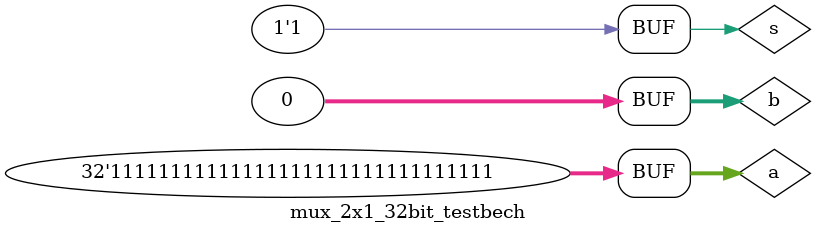
<source format=v>
`define DELAY 10
module mux_2x1_32bit_testbech();



reg [31:0] a;
reg [31:0] b;
reg s;
wire [31:0]r;

mux_2x1_32bit muxx(a, b, s, r);


initial begin

	a = 32'b00001110000000001111100010000010;
	b = 32'b00000000000000000000000000100001;
	s = 0;
	#`DELAY;
	
	
	a = 32'b11111111111111111111111111111111;
	b = 32'b00000000000000000000000000000000;
	s = 1;
	#`DELAY;
	

end


initial begin 
	$monitor("time = %2b a = %32b  b = %32b r = %32b s = %1b",$time, a, b, r, s);
end


endmodule

</source>
